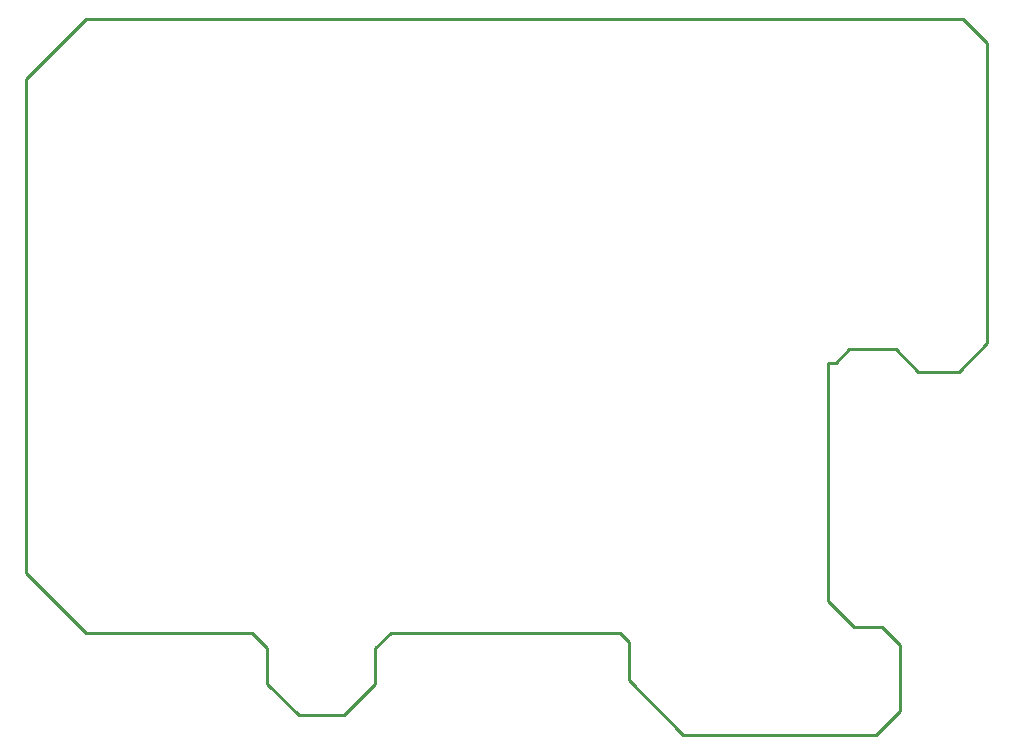
<source format=gko>
G04 Layer: BoardOutlineLayer*
G04 EasyEDA v6.5.44, 2024-08-24 22:55:38*
G04 c584bd3c03fa4b5bb03f9f2b3921847a,c23a61fc8c4145e6967fd80801f93d45,10*
G04 Gerber Generator version 0.2*
G04 Scale: 100 percent, Rotated: No, Reflected: No *
G04 Dimensions in millimeters *
G04 leading zeros omitted , absolute positions ,4 integer and 5 decimal *
%FSLAX45Y45*%
%MOMM*%

%ADD10C,0.2540*%
D10*
X3090418Y-5194300D02*
G01*
X5029200Y-5194300D01*
X5029200Y-5194300D02*
G01*
X5104638Y-5270500D01*
X5104638Y-5270500D02*
G01*
X5104638Y-5599937D01*
X5562600Y-6057900D01*
X7200900Y-6057900D01*
X7404100Y-5854700D01*
X7404100Y-5295900D01*
X7251700Y-5143500D01*
X7010400Y-5143500D01*
X6883908Y-5017007D01*
X6794500Y-4927600D01*
X6794500Y-4927600D02*
G01*
X6794500Y-4711700D01*
X6794500Y-2908300D01*
X0Y-508000D02*
G01*
X0Y-4686300D01*
X508000Y-5194300D01*
X1917700Y-5194300D01*
X1917700Y-5194300D02*
G01*
X2044700Y-5321300D01*
X2044700Y-5321300D02*
G01*
X2044700Y-5626100D01*
X2311400Y-5892800D01*
X2692400Y-5892800D01*
X2959100Y-5626100D01*
X2959100Y-5321300D01*
X2959100Y-5321300D02*
G01*
X3090418Y-5194300D01*
X8140700Y-2019300D02*
G01*
X8140700Y-203200D01*
X7937500Y0D01*
X3366770Y0D01*
X6794500Y-2908300D02*
G01*
X6858000Y-2908300D01*
X6972300Y-2794000D01*
X7366000Y-2794000D01*
X7366000Y-2794000D02*
G01*
X7556500Y-2984500D01*
X7899400Y-2984500D01*
X8140700Y-2743200D01*
X8140700Y-2019300D01*
X508000Y0D02*
G01*
X3378200Y0D01*
X0Y-508000D02*
G01*
X508000Y0D01*

%LPD*%
M02*

</source>
